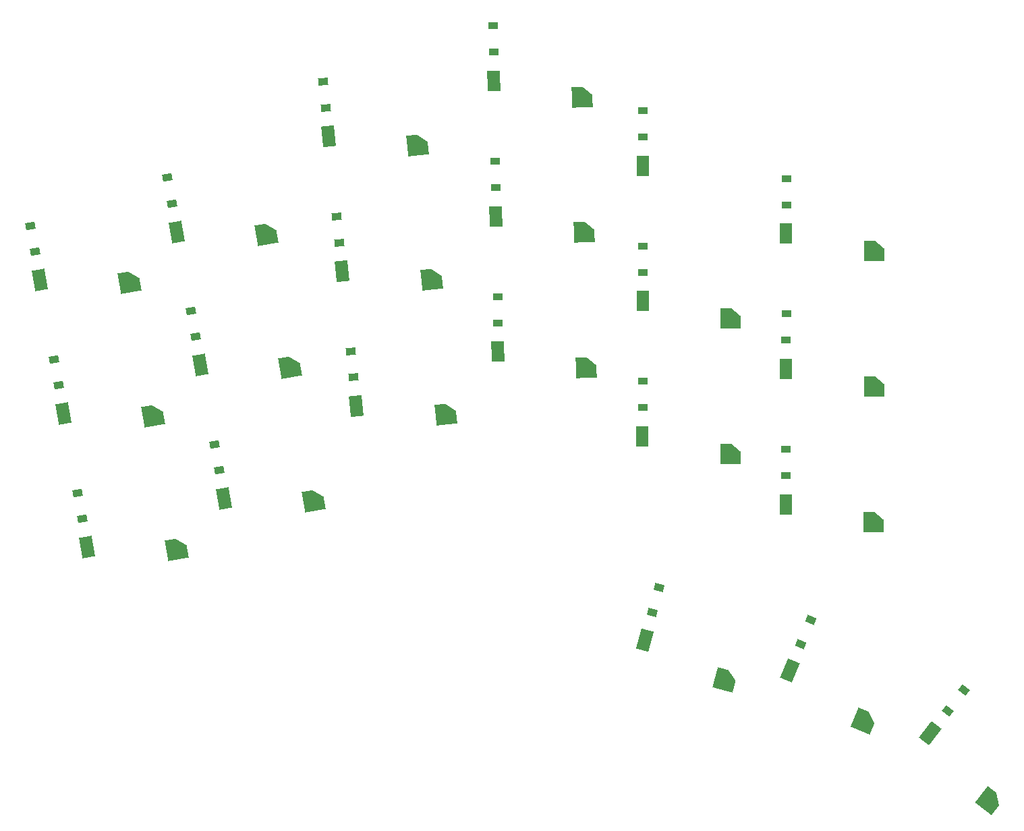
<source format=gbr>
%TF.GenerationSoftware,KiCad,Pcbnew,7.0.7*%
%TF.CreationDate,2024-02-04T11:46:41-06:00*%
%TF.ProjectId,main,6d61696e-2e6b-4696-9361-645f70636258,v1.0.0*%
%TF.SameCoordinates,Original*%
%TF.FileFunction,Paste,Bot*%
%TF.FilePolarity,Positive*%
%FSLAX46Y46*%
G04 Gerber Fmt 4.6, Leading zero omitted, Abs format (unit mm)*
G04 Created by KiCad (PCBNEW 7.0.7) date 2024-02-04 11:46:41*
%MOMM*%
%LPD*%
G01*
G04 APERTURE LIST*
G04 Aperture macros list*
%AMRotRect*
0 Rectangle, with rotation*
0 The origin of the aperture is its center*
0 $1 length*
0 $2 width*
0 $3 Rotation angle, in degrees counterclockwise*
0 Add horizontal line*
21,1,$1,$2,0,0,$3*%
%AMFreePoly0*
4,1,6,1.300000,-1.300000,-0.050000,-1.300000,-1.300000,-0.250000,-1.300000,1.300000,1.300000,1.300000,1.300000,-1.300000,1.300000,-1.300000,$1*%
G04 Aperture macros list end*
%ADD10FreePoly0,179.900000*%
%ADD11RotRect,1.600000X2.600000X179.900000*%
%ADD12FreePoly0,180.900000*%
%ADD13RotRect,1.600000X2.600000X180.900000*%
%ADD14FreePoly0,190.000000*%
%ADD15RotRect,1.600000X2.600000X190.000000*%
%ADD16FreePoly0,157.400000*%
%ADD17RotRect,1.600000X2.600000X157.400000*%
%ADD18FreePoly0,185.900000*%
%ADD19RotRect,1.600000X2.600000X185.900000*%
%ADD20FreePoly0,164.900000*%
%ADD21RotRect,1.600000X2.600000X164.900000*%
%ADD22FreePoly0,142.400000*%
%ADD23RotRect,1.600000X2.600000X142.400000*%
%ADD24RotRect,0.900000X1.200000X269.900000*%
%ADD25RotRect,0.900000X1.200000X275.900000*%
%ADD26RotRect,0.900000X1.200000X280.000000*%
%ADD27RotRect,1.600000X2.600000X0.100000*%
%ADD28RotRect,0.900000X1.200000X232.400000*%
%ADD29RotRect,0.900000X1.200000X270.900000*%
%ADD30RotRect,0.900000X1.200000X247.400000*%
%ADD31RotRect,0.900000X1.200000X254.900000*%
G04 APERTURE END LIST*
D10*
%TO.C,S14*%
X162133260Y-93735051D03*
D11*
X151087117Y-91515768D03*
%TD*%
D12*
%TO.C,S11*%
X143768664Y-82913365D03*
D13*
X132685471Y-80887203D03*
%TD*%
D10*
%TO.C,S17*%
X180118419Y-102266452D03*
D11*
X169072276Y-100047169D03*
%TD*%
D14*
%TO.C,S3*%
X86674708Y-89166237D03*
D15*
X75410556Y-88918473D03*
%TD*%
D16*
%TO.C,S20*%
X178905573Y-144223511D03*
D17*
X169549550Y-137945985D03*
%TD*%
D10*
%TO.C,S18*%
X180148073Y-85266471D03*
D11*
X169101930Y-83047188D03*
%TD*%
D18*
%TO.C,S8*%
X124605491Y-88837083D03*
D19*
X113387882Y-87784595D03*
%TD*%
D14*
%TO.C,S5*%
X106832328Y-99827915D03*
D15*
X95568176Y-99580151D03*
%TD*%
D20*
%TO.C,S19*%
X161436575Y-139119981D03*
D21*
X151341212Y-134117367D03*
%TD*%
D18*
%TO.C,S7*%
X126352942Y-105747022D03*
D19*
X115135333Y-104694534D03*
%TD*%
D14*
%TO.C,S4*%
X109784334Y-116569630D03*
D15*
X98520182Y-116321866D03*
%TD*%
D14*
%TO.C,S2*%
X89626714Y-105907968D03*
D15*
X78362562Y-105660204D03*
%TD*%
D12*
%TO.C,S12*%
X143501637Y-65915456D03*
D13*
X132418444Y-63889294D03*
%TD*%
D14*
%TO.C,S6*%
X103880297Y-83086144D03*
D15*
X92616145Y-82838380D03*
%TD*%
D10*
%TO.C,S16*%
X180088707Y-119266431D03*
D11*
X169042564Y-117047148D03*
%TD*%
D22*
%TO.C,S21*%
X194590462Y-154272487D03*
D23*
X187177981Y-145787346D03*
%TD*%
D14*
%TO.C,S1*%
X92578742Y-122649730D03*
D15*
X81314590Y-122401966D03*
%TD*%
D18*
%TO.C,S9*%
X122857998Y-71927101D03*
D19*
X111640389Y-70874613D03*
%TD*%
D10*
%TO.C,S13*%
X162103601Y-110734997D03*
D11*
X151057458Y-108515714D03*
%TD*%
D12*
%TO.C,S10*%
X144035702Y-99911259D03*
D13*
X132952509Y-97885097D03*
%TD*%
D24*
%TO.C,D16*%
X169079625Y-110147223D03*
X169073865Y-113447217D03*
%TD*%
D25*
%TO.C,D9*%
X110955981Y-64008608D03*
X111295197Y-67291128D03*
%TD*%
D26*
%TO.C,D1*%
X80141063Y-115602461D03*
X80714101Y-118852327D03*
%TD*%
D27*
%TO.C,S15*%
X151129875Y-74542932D03*
%TD*%
D28*
%TO.C,D21*%
X191407781Y-140335818D03*
X189394301Y-142950374D03*
%TD*%
D26*
%TO.C,D6*%
X91442598Y-76038886D03*
X92015636Y-79288752D03*
%TD*%
D29*
%TO.C,D10*%
X132869109Y-90985547D03*
X132920943Y-94285139D03*
%TD*%
D30*
%TO.C,D20*%
X172224281Y-131585450D03*
X170956107Y-134632044D03*
%TD*%
D31*
%TO.C,D19*%
X153162813Y-127462121D03*
X152303149Y-130648181D03*
%TD*%
D26*
%TO.C,D2*%
X77189013Y-98860721D03*
X77762051Y-102110587D03*
%TD*%
%TO.C,D3*%
X74236991Y-82118978D03*
X74810029Y-85368844D03*
%TD*%
D29*
%TO.C,D12*%
X132335082Y-56989738D03*
X132386916Y-60289330D03*
%TD*%
D26*
%TO.C,D4*%
X97346652Y-109522311D03*
X97919690Y-112772177D03*
%TD*%
D24*
%TO.C,D18*%
X169138937Y-76147262D03*
X169133177Y-79447256D03*
%TD*%
%TO.C,D14*%
X151124164Y-84615825D03*
X151118404Y-87915819D03*
%TD*%
%TO.C,D13*%
X151094491Y-101615804D03*
X151088731Y-104915798D03*
%TD*%
%TO.C,D15*%
X151153831Y-67615853D03*
X151148071Y-70915847D03*
%TD*%
%TO.C,D17*%
X169109311Y-93147236D03*
X169103551Y-96447230D03*
%TD*%
D26*
%TO.C,D5*%
X94394608Y-92780626D03*
X94967646Y-96030492D03*
%TD*%
D29*
%TO.C,D11*%
X132602101Y-73987639D03*
X132653935Y-77287231D03*
%TD*%
D25*
%TO.C,D8*%
X112703449Y-80918553D03*
X113042665Y-84201073D03*
%TD*%
%TO.C,D7*%
X114450938Y-97828516D03*
X114790154Y-101111036D03*
%TD*%
M02*

</source>
